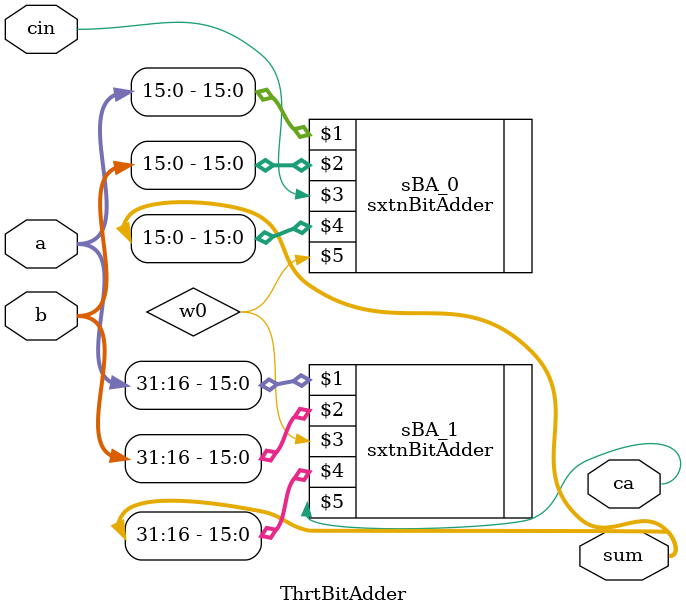
<source format=v>
`include "coe17b024_exp1_16bitadder_v1.v"
module ThrtBitAdder (a,b,cin,sum, ca);
input[31:0] a, b;
input cin;
output[31:0] sum;
output ca;
wire w0;
	
	sxtnBitAdder sBA_0(a[15:0],b[15:0],cin,sum[15:0],w0);
	sxtnBitAdder sBA_1(a[31:16],b[31:16],w0 ,sum[31:16],ca);
	
	
endmodule

</source>
